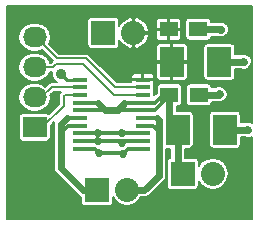
<source format=gtl>
G04 #@! TF.FileFunction,Copper,L1,Top,Signal*
%FSLAX46Y46*%
G04 Gerber Fmt 4.6, Leading zero omitted, Abs format (unit mm)*
G04 Created by KiCad (PCBNEW (2015-01-29 BZR 5396)-product) date 7/20/2015 11:15:25 PM*
%MOMM*%
G01*
G04 APERTURE LIST*
%ADD10C,0.100000*%
%ADD11R,1.500000X1.250000*%
%ADD12R,2.000000X2.500000*%
%ADD13R,2.032000X2.032000*%
%ADD14O,2.032000X2.032000*%
%ADD15R,2.032000X1.727200*%
%ADD16O,2.032000X1.727200*%
%ADD17R,1.270000X0.406400*%
%ADD18C,0.685800*%
%ADD19C,0.889000*%
%ADD20C,0.304800*%
%ADD21C,0.609600*%
%ADD22C,0.254000*%
%ADD23C,0.152400*%
G04 APERTURE END LIST*
D10*
D11*
X142750000Y-99220000D03*
X145250000Y-99220000D03*
D12*
X143030000Y-101980000D03*
X147030000Y-101980000D03*
D11*
X142820000Y-104750000D03*
X145320000Y-104750000D03*
D12*
X143530000Y-107720000D03*
X147530000Y-107720000D03*
D13*
X137240000Y-99520000D03*
D14*
X139780000Y-99520000D03*
D15*
X131410000Y-107520000D03*
D16*
X131410000Y-104980000D03*
X131410000Y-102440000D03*
X131410000Y-99900000D03*
D13*
X136700000Y-112810000D03*
D14*
X139240000Y-112810000D03*
D13*
X143950000Y-111450000D03*
D14*
X146490000Y-111450000D03*
D17*
X135243000Y-103479000D03*
X135243000Y-104114000D03*
X135243000Y-104774400D03*
X135243000Y-105434800D03*
X135243000Y-106069800D03*
X135243000Y-106730200D03*
X135243000Y-107390600D03*
X135243000Y-108025600D03*
X135243000Y-108686000D03*
X135243000Y-109321000D03*
X140577000Y-109321000D03*
X140577000Y-108686000D03*
X140577000Y-108025600D03*
X140577000Y-107390600D03*
X140577000Y-106730200D03*
X140577000Y-106069800D03*
X140577000Y-105434800D03*
X140577000Y-104774400D03*
X140577000Y-104114000D03*
X140577000Y-103479000D03*
D18*
X138850000Y-108810000D03*
X136790000Y-108690000D03*
X149490000Y-107730000D03*
X147080000Y-104710000D03*
X149120000Y-101970000D03*
X147190000Y-99230000D03*
X136880000Y-109670000D03*
X138890000Y-109730000D03*
X136770000Y-108020000D03*
X138830000Y-107980000D03*
D19*
X133660000Y-103010000D03*
D20*
X136790000Y-108690000D02*
X138730000Y-108690000D01*
X138730000Y-108690000D02*
X138850000Y-108810000D01*
X138974000Y-108686000D02*
X140577000Y-108686000D01*
X138974000Y-108686000D02*
X138850000Y-108810000D01*
X135243000Y-108686000D02*
X136786000Y-108686000D01*
X136786000Y-108686000D02*
X136790000Y-108690000D01*
D21*
X147530000Y-107720000D02*
X149480000Y-107720000D01*
X149480000Y-107720000D02*
X149490000Y-107730000D01*
X145320000Y-104750000D02*
X147040000Y-104750000D01*
X147040000Y-104750000D02*
X147080000Y-104710000D01*
X147030000Y-101980000D02*
X149110000Y-101980000D01*
X149110000Y-101980000D02*
X149120000Y-101970000D01*
X145250000Y-99220000D02*
X147180000Y-99220000D01*
X147180000Y-99220000D02*
X147190000Y-99230000D01*
D20*
X136880000Y-109670000D02*
X138830000Y-109670000D01*
X136531000Y-109321000D02*
X136880000Y-109670000D01*
X135243000Y-109321000D02*
X136531000Y-109321000D01*
X139299000Y-109321000D02*
X138890000Y-109730000D01*
X139299000Y-109321000D02*
X140577000Y-109321000D01*
X138830000Y-109670000D02*
X138890000Y-109730000D01*
X136770000Y-108020000D02*
X138790000Y-108020000D01*
X136764400Y-108025600D02*
X136770000Y-108020000D01*
X135243000Y-108025600D02*
X136764400Y-108025600D01*
X138875600Y-108025600D02*
X138830000Y-107980000D01*
X138875600Y-108025600D02*
X140577000Y-108025600D01*
X138790000Y-108020000D02*
X138830000Y-107980000D01*
D22*
X134129000Y-103479000D02*
X133660000Y-103010000D01*
X135243000Y-103479000D02*
X134129000Y-103479000D01*
D20*
X140577000Y-105434800D02*
X141595200Y-105434800D01*
X141595200Y-105434800D02*
X142280000Y-104750000D01*
X142280000Y-104750000D02*
X142820000Y-104750000D01*
X140577000Y-106069800D02*
X141620200Y-106069800D01*
X141620200Y-106069800D02*
X142820000Y-104870000D01*
X142820000Y-104870000D02*
X142820000Y-104750000D01*
D21*
X142820000Y-104750000D02*
X142820000Y-107010000D01*
X142820000Y-107010000D02*
X143530000Y-107720000D01*
X143530000Y-107720000D02*
X143530000Y-111030000D01*
X143530000Y-111030000D02*
X143950000Y-111450000D01*
D20*
X140577000Y-106069800D02*
X138509800Y-106069800D01*
X138509800Y-106069800D02*
X138450000Y-106010000D01*
X135243000Y-106069800D02*
X137270200Y-106069800D01*
X137270200Y-106069800D02*
X137330000Y-106010000D01*
X135243000Y-105434800D02*
X136754800Y-105434800D01*
X139000000Y-105460000D02*
X140551800Y-105460000D01*
D21*
X138450000Y-106010000D02*
X139000000Y-105460000D01*
X137330000Y-106010000D02*
X138450000Y-106010000D01*
X136754800Y-105434800D02*
X137330000Y-106010000D01*
D20*
X140551800Y-105460000D02*
X140577000Y-105434800D01*
D22*
X143950000Y-108140000D02*
X143530000Y-107720000D01*
X142805200Y-104764800D02*
X142820000Y-104750000D01*
X143290000Y-107480000D02*
X143530000Y-107720000D01*
X142820000Y-107010000D02*
X143530000Y-107720000D01*
X142820000Y-105210000D02*
X142820000Y-104750000D01*
D23*
X131410000Y-104980000D02*
X131990000Y-104980000D01*
X131990000Y-104980000D02*
X132856000Y-104114000D01*
X132856000Y-104114000D02*
X135243000Y-104114000D01*
D22*
X131410000Y-104980000D02*
X131980000Y-104980000D01*
D23*
X131410000Y-99900000D02*
X131560000Y-99900000D01*
X131560000Y-99900000D02*
X133340000Y-101680000D01*
X138194000Y-104114000D02*
X140577000Y-104114000D01*
X135760000Y-101680000D02*
X138194000Y-104114000D01*
X133340000Y-101680000D02*
X135760000Y-101680000D01*
D22*
X131410000Y-99900000D02*
X132310000Y-99900000D01*
D23*
X131410000Y-102440000D02*
X132990000Y-102440000D01*
X138134400Y-104774400D02*
X140577000Y-104774400D01*
X135530000Y-102170000D02*
X138134400Y-104774400D01*
X133260000Y-102170000D02*
X135530000Y-102170000D01*
X132990000Y-102440000D02*
X133260000Y-102170000D01*
X131410000Y-107520000D02*
X132050000Y-107520000D01*
X132050000Y-107520000D02*
X133870000Y-105700000D01*
X133945600Y-104774400D02*
X135243000Y-104774400D01*
X133870000Y-104850000D02*
X133945600Y-104774400D01*
X133870000Y-105700000D02*
X133870000Y-104850000D01*
D22*
X131410000Y-107520000D02*
X131700000Y-107520000D01*
D20*
X135243000Y-107390600D02*
X134229400Y-107390600D01*
X134229400Y-107390600D02*
X133670000Y-107950000D01*
X135243000Y-106730200D02*
X134169800Y-106730200D01*
D21*
X135530000Y-112810000D02*
X136700000Y-112810000D01*
X133670000Y-110950000D02*
X135530000Y-112810000D01*
X133670000Y-107230000D02*
X133670000Y-107950000D01*
X133670000Y-107950000D02*
X133670000Y-110950000D01*
X134169800Y-106730200D02*
X133670000Y-107230000D01*
D20*
X140577000Y-107390600D02*
X141440600Y-107390600D01*
X141440600Y-107390600D02*
X141910000Y-107860000D01*
X140577000Y-106730200D02*
X141740200Y-106730200D01*
D21*
X140710000Y-112810000D02*
X139240000Y-112810000D01*
X141910000Y-111610000D02*
X140710000Y-112810000D01*
X141910000Y-106900000D02*
X141910000Y-107860000D01*
X141910000Y-107860000D02*
X141910000Y-111610000D01*
X141740200Y-106730200D02*
X141910000Y-106900000D01*
D22*
X139240000Y-112810000D02*
X140100000Y-112810000D01*
D23*
G36*
X149809800Y-115249800D02*
X147836200Y-115249800D01*
X147836200Y-111476374D01*
X147836200Y-111423626D01*
X147733727Y-110908458D01*
X147441907Y-110471719D01*
X147005168Y-110179899D01*
X146490000Y-110077426D01*
X145974832Y-110179899D01*
X145538093Y-110471719D01*
X145302669Y-110824055D01*
X145302669Y-110434000D01*
X145278241Y-110308096D01*
X145205550Y-110197438D01*
X145095813Y-110123364D01*
X144966000Y-110097331D01*
X144165000Y-110097331D01*
X144165000Y-109306669D01*
X144530000Y-109306669D01*
X144655904Y-109282241D01*
X144766562Y-109209550D01*
X144840636Y-109099813D01*
X144866669Y-108970000D01*
X144866669Y-106470000D01*
X144842241Y-106344096D01*
X144769550Y-106233438D01*
X144659813Y-106159364D01*
X144530000Y-106133331D01*
X143455000Y-106133331D01*
X143455000Y-105711669D01*
X143570000Y-105711669D01*
X143695904Y-105687241D01*
X143806562Y-105614550D01*
X143880636Y-105504813D01*
X143906669Y-105375000D01*
X143906669Y-104125000D01*
X143882241Y-103999096D01*
X143809550Y-103888438D01*
X143699813Y-103814364D01*
X143570000Y-103788331D01*
X142979200Y-103788331D01*
X142979200Y-103477650D01*
X142979200Y-102030800D01*
X142979200Y-101929200D01*
X142979200Y-100482350D01*
X142896650Y-100399800D01*
X142699200Y-100399800D01*
X142699200Y-100092650D01*
X142699200Y-99270800D01*
X142699200Y-99169200D01*
X142699200Y-98347350D01*
X142616650Y-98264800D01*
X141934319Y-98264800D01*
X141812957Y-98315070D01*
X141720070Y-98407957D01*
X141669800Y-98529319D01*
X141669800Y-98660681D01*
X141669800Y-99086650D01*
X141752350Y-99169200D01*
X142699200Y-99169200D01*
X142699200Y-99270800D01*
X141752350Y-99270800D01*
X141669800Y-99353350D01*
X141669800Y-99779319D01*
X141669800Y-99910681D01*
X141720070Y-100032043D01*
X141812957Y-100124930D01*
X141934319Y-100175200D01*
X142616650Y-100175200D01*
X142699200Y-100092650D01*
X142699200Y-100399800D01*
X141964319Y-100399800D01*
X141842957Y-100450070D01*
X141750070Y-100542957D01*
X141699800Y-100664319D01*
X141699800Y-100795681D01*
X141699800Y-101846650D01*
X141782350Y-101929200D01*
X142979200Y-101929200D01*
X142979200Y-102030800D01*
X141782350Y-102030800D01*
X141699800Y-102113350D01*
X141699800Y-103164319D01*
X141699800Y-103295681D01*
X141750070Y-103417043D01*
X141842957Y-103509930D01*
X141964319Y-103560200D01*
X142896650Y-103560200D01*
X142979200Y-103477650D01*
X142979200Y-103788331D01*
X142070000Y-103788331D01*
X141944096Y-103812759D01*
X141833438Y-103885450D01*
X141759364Y-103995187D01*
X141733331Y-104125000D01*
X141733331Y-104614169D01*
X141548669Y-104798831D01*
X141548669Y-104571200D01*
X141524241Y-104445296D01*
X141523275Y-104443825D01*
X141548669Y-104317200D01*
X141548669Y-103910800D01*
X141525078Y-103789214D01*
X141542200Y-103747881D01*
X141542200Y-103612350D01*
X141542200Y-103345650D01*
X141542200Y-103210119D01*
X141491930Y-103088757D01*
X141399043Y-102995870D01*
X141277681Y-102945600D01*
X141146319Y-102945600D01*
X141100736Y-102945600D01*
X141100736Y-99780617D01*
X141100736Y-99259383D01*
X140900467Y-98773798D01*
X140529617Y-98401815D01*
X140044645Y-98200066D01*
X140040617Y-98199268D01*
X139830800Y-98257372D01*
X139830800Y-99469200D01*
X141042695Y-99469200D01*
X141100736Y-99259383D01*
X141100736Y-99780617D01*
X141042695Y-99570800D01*
X139830800Y-99570800D01*
X139830800Y-100782628D01*
X140040617Y-100840732D01*
X140044645Y-100839934D01*
X140529617Y-100638185D01*
X140900467Y-100266202D01*
X141100736Y-99780617D01*
X141100736Y-102945600D01*
X140710350Y-102945600D01*
X140627800Y-103028150D01*
X140627800Y-103428200D01*
X141459650Y-103428200D01*
X141542200Y-103345650D01*
X141542200Y-103612350D01*
X141459650Y-103529800D01*
X140627800Y-103529800D01*
X140627800Y-103549800D01*
X140526200Y-103549800D01*
X140526200Y-103529800D01*
X140526200Y-103428200D01*
X140526200Y-103028150D01*
X140443650Y-102945600D01*
X140007681Y-102945600D01*
X139876319Y-102945600D01*
X139754957Y-102995870D01*
X139729200Y-103021627D01*
X139729200Y-100782628D01*
X139729200Y-99570800D01*
X139709200Y-99570800D01*
X139709200Y-99469200D01*
X139729200Y-99469200D01*
X139729200Y-98257372D01*
X139519383Y-98199268D01*
X139515355Y-98200066D01*
X139030383Y-98401815D01*
X138659533Y-98773798D01*
X138592669Y-98935920D01*
X138592669Y-98504000D01*
X138568241Y-98378096D01*
X138495550Y-98267438D01*
X138385813Y-98193364D01*
X138256000Y-98167331D01*
X136224000Y-98167331D01*
X136098096Y-98191759D01*
X135987438Y-98264450D01*
X135913364Y-98374187D01*
X135887331Y-98504000D01*
X135887331Y-100536000D01*
X135911759Y-100661904D01*
X135984450Y-100772562D01*
X136094187Y-100846636D01*
X136224000Y-100872669D01*
X138256000Y-100872669D01*
X138381904Y-100848241D01*
X138492562Y-100775550D01*
X138566636Y-100665813D01*
X138592669Y-100536000D01*
X138592669Y-100104079D01*
X138659533Y-100266202D01*
X139030383Y-100638185D01*
X139515355Y-100839934D01*
X139519383Y-100840732D01*
X139729200Y-100782628D01*
X139729200Y-103021627D01*
X139662070Y-103088757D01*
X139611800Y-103210119D01*
X139611800Y-103345650D01*
X139694350Y-103428200D01*
X140526200Y-103428200D01*
X140526200Y-103529800D01*
X139694350Y-103529800D01*
X139611800Y-103612350D01*
X139611800Y-103707600D01*
X138362336Y-103707600D01*
X136047368Y-101392632D01*
X135915523Y-101304535D01*
X135760000Y-101273600D01*
X133508336Y-101273600D01*
X132651599Y-100416863D01*
X132691701Y-100356847D01*
X132782574Y-99900000D01*
X132691701Y-99443153D01*
X132432918Y-99055856D01*
X132045621Y-98797073D01*
X131588774Y-98706200D01*
X131231226Y-98706200D01*
X130774379Y-98797073D01*
X130387082Y-99055856D01*
X130128299Y-99443153D01*
X130037426Y-99900000D01*
X130128299Y-100356847D01*
X130387082Y-100744144D01*
X130774379Y-101002927D01*
X131231226Y-101093800D01*
X131588774Y-101093800D01*
X132045621Y-101002927D01*
X132071139Y-100985875D01*
X132970264Y-101885000D01*
X132821664Y-102033600D01*
X132701735Y-102033600D01*
X132691701Y-101983153D01*
X132432918Y-101595856D01*
X132045621Y-101337073D01*
X131588774Y-101246200D01*
X131231226Y-101246200D01*
X130774379Y-101337073D01*
X130387082Y-101595856D01*
X130128299Y-101983153D01*
X130037426Y-102440000D01*
X130128299Y-102896847D01*
X130387082Y-103284144D01*
X130774379Y-103542927D01*
X131231226Y-103633800D01*
X131588774Y-103633800D01*
X132045621Y-103542927D01*
X132432918Y-103284144D01*
X132691701Y-102896847D01*
X132701735Y-102846400D01*
X132889100Y-102846400D01*
X132885435Y-102855227D01*
X132885166Y-103163421D01*
X133002859Y-103448259D01*
X133220595Y-103666376D01*
X133319873Y-103707600D01*
X132856000Y-103707600D01*
X132700477Y-103738535D01*
X132568632Y-103826632D01*
X132328906Y-104066357D01*
X132045621Y-103877073D01*
X131588774Y-103786200D01*
X131231226Y-103786200D01*
X130774379Y-103877073D01*
X130387082Y-104135856D01*
X130128299Y-104523153D01*
X130037426Y-104980000D01*
X130128299Y-105436847D01*
X130387082Y-105824144D01*
X130774379Y-106082927D01*
X131231226Y-106173800D01*
X131588774Y-106173800D01*
X132045621Y-106082927D01*
X132432918Y-105824144D01*
X132691701Y-105436847D01*
X132782574Y-104980000D01*
X132746432Y-104798303D01*
X133024336Y-104520400D01*
X133624863Y-104520400D01*
X133582632Y-104562632D01*
X133494535Y-104694477D01*
X133463600Y-104850000D01*
X133463600Y-105531664D01*
X132611745Y-106383518D01*
X132555813Y-106345764D01*
X132426000Y-106319731D01*
X130394000Y-106319731D01*
X130268096Y-106344159D01*
X130157438Y-106416850D01*
X130083364Y-106526587D01*
X130057331Y-106656400D01*
X130057331Y-108383600D01*
X130081759Y-108509504D01*
X130154450Y-108620162D01*
X130264187Y-108694236D01*
X130394000Y-108720269D01*
X132426000Y-108720269D01*
X132551904Y-108695841D01*
X132662562Y-108623150D01*
X132736636Y-108513413D01*
X132762669Y-108383600D01*
X132762669Y-107382067D01*
X133064861Y-107079874D01*
X133035000Y-107230000D01*
X133035000Y-107950000D01*
X133035000Y-110950000D01*
X133083336Y-111193004D01*
X133220987Y-111399013D01*
X135080987Y-113259013D01*
X135286996Y-113396664D01*
X135347331Y-113408665D01*
X135347331Y-113826000D01*
X135371759Y-113951904D01*
X135444450Y-114062562D01*
X135554187Y-114136636D01*
X135684000Y-114162669D01*
X137716000Y-114162669D01*
X137841904Y-114138241D01*
X137952562Y-114065550D01*
X138026636Y-113955813D01*
X138052669Y-113826000D01*
X138052669Y-113435944D01*
X138288093Y-113788281D01*
X138724832Y-114080101D01*
X139240000Y-114182574D01*
X139755168Y-114080101D01*
X140191907Y-113788281D01*
X140421280Y-113445000D01*
X140710000Y-113445000D01*
X140953004Y-113396664D01*
X141159013Y-113259013D01*
X142359013Y-112059013D01*
X142496664Y-111853005D01*
X142496664Y-111853004D01*
X142545000Y-111610000D01*
X142545000Y-109306669D01*
X142895000Y-109306669D01*
X142895000Y-110104897D01*
X142808096Y-110121759D01*
X142697438Y-110194450D01*
X142623364Y-110304187D01*
X142597331Y-110434000D01*
X142597331Y-112466000D01*
X142621759Y-112591904D01*
X142694450Y-112702562D01*
X142804187Y-112776636D01*
X142934000Y-112802669D01*
X144966000Y-112802669D01*
X145091904Y-112778241D01*
X145202562Y-112705550D01*
X145276636Y-112595813D01*
X145302669Y-112466000D01*
X145302669Y-112075944D01*
X145538093Y-112428281D01*
X145974832Y-112720101D01*
X146490000Y-112822574D01*
X147005168Y-112720101D01*
X147441907Y-112428281D01*
X147733727Y-111991542D01*
X147836200Y-111476374D01*
X147836200Y-115249800D01*
X129080200Y-115249800D01*
X129080200Y-97230200D01*
X149809800Y-97230200D01*
X149809800Y-107133970D01*
X149793217Y-107127084D01*
X149793217Y-101836699D01*
X149690959Y-101589217D01*
X149501778Y-101399706D01*
X149254475Y-101297017D01*
X148986699Y-101296783D01*
X148870005Y-101345000D01*
X148366669Y-101345000D01*
X148366669Y-100730000D01*
X148342241Y-100604096D01*
X148269550Y-100493438D01*
X148159813Y-100419364D01*
X148030000Y-100393331D01*
X147863217Y-100393331D01*
X147863217Y-99096699D01*
X147760959Y-98849217D01*
X147571778Y-98659706D01*
X147324475Y-98557017D01*
X147056699Y-98556783D01*
X146988408Y-98585000D01*
X146334728Y-98585000D01*
X146312241Y-98469096D01*
X146239550Y-98358438D01*
X146129813Y-98284364D01*
X146000000Y-98258331D01*
X144500000Y-98258331D01*
X144374096Y-98282759D01*
X144263438Y-98355450D01*
X144189364Y-98465187D01*
X144163331Y-98595000D01*
X144163331Y-99845000D01*
X144187759Y-99970904D01*
X144260450Y-100081562D01*
X144370187Y-100155636D01*
X144500000Y-100181669D01*
X146000000Y-100181669D01*
X146125904Y-100157241D01*
X146236562Y-100084550D01*
X146310636Y-99974813D01*
X146334663Y-99855000D01*
X146939968Y-99855000D01*
X147055525Y-99902983D01*
X147323301Y-99903217D01*
X147570783Y-99800959D01*
X147760294Y-99611778D01*
X147862983Y-99364475D01*
X147863217Y-99096699D01*
X147863217Y-100393331D01*
X146030000Y-100393331D01*
X145904096Y-100417759D01*
X145793438Y-100490450D01*
X145719364Y-100600187D01*
X145693331Y-100730000D01*
X145693331Y-103230000D01*
X145717759Y-103355904D01*
X145790450Y-103466562D01*
X145900187Y-103540636D01*
X146030000Y-103566669D01*
X148030000Y-103566669D01*
X148155904Y-103542241D01*
X148266562Y-103469550D01*
X148340636Y-103359813D01*
X148366669Y-103230000D01*
X148366669Y-102615000D01*
X148918134Y-102615000D01*
X148985525Y-102642983D01*
X149253301Y-102643217D01*
X149500783Y-102540959D01*
X149690294Y-102351778D01*
X149792983Y-102104475D01*
X149793217Y-101836699D01*
X149793217Y-107127084D01*
X149624475Y-107057017D01*
X149356699Y-107056783D01*
X149288408Y-107085000D01*
X148866669Y-107085000D01*
X148866669Y-106470000D01*
X148842241Y-106344096D01*
X148769550Y-106233438D01*
X148659813Y-106159364D01*
X148530000Y-106133331D01*
X147753217Y-106133331D01*
X147753217Y-104576699D01*
X147650959Y-104329217D01*
X147461778Y-104139706D01*
X147214475Y-104037017D01*
X146946699Y-104036783D01*
X146757400Y-104115000D01*
X146404728Y-104115000D01*
X146382241Y-103999096D01*
X146309550Y-103888438D01*
X146199813Y-103814364D01*
X146070000Y-103788331D01*
X144570000Y-103788331D01*
X144444096Y-103812759D01*
X144360200Y-103867870D01*
X144360200Y-103295681D01*
X144360200Y-103164319D01*
X144360200Y-102113350D01*
X144360200Y-101846650D01*
X144360200Y-100795681D01*
X144360200Y-100664319D01*
X144309930Y-100542957D01*
X144217043Y-100450070D01*
X144095681Y-100399800D01*
X143830200Y-100399800D01*
X143830200Y-99910681D01*
X143830200Y-99779319D01*
X143830200Y-99353350D01*
X143830200Y-99086650D01*
X143830200Y-98660681D01*
X143830200Y-98529319D01*
X143779930Y-98407957D01*
X143687043Y-98315070D01*
X143565681Y-98264800D01*
X142883350Y-98264800D01*
X142800800Y-98347350D01*
X142800800Y-99169200D01*
X143747650Y-99169200D01*
X143830200Y-99086650D01*
X143830200Y-99353350D01*
X143747650Y-99270800D01*
X142800800Y-99270800D01*
X142800800Y-100092650D01*
X142883350Y-100175200D01*
X143565681Y-100175200D01*
X143687043Y-100124930D01*
X143779930Y-100032043D01*
X143830200Y-99910681D01*
X143830200Y-100399800D01*
X143163350Y-100399800D01*
X143080800Y-100482350D01*
X143080800Y-101929200D01*
X144277650Y-101929200D01*
X144360200Y-101846650D01*
X144360200Y-102113350D01*
X144277650Y-102030800D01*
X143080800Y-102030800D01*
X143080800Y-103477650D01*
X143163350Y-103560200D01*
X144095681Y-103560200D01*
X144217043Y-103509930D01*
X144309930Y-103417043D01*
X144360200Y-103295681D01*
X144360200Y-103867870D01*
X144333438Y-103885450D01*
X144259364Y-103995187D01*
X144233331Y-104125000D01*
X144233331Y-105375000D01*
X144257759Y-105500904D01*
X144330450Y-105611562D01*
X144440187Y-105685636D01*
X144570000Y-105711669D01*
X146070000Y-105711669D01*
X146195904Y-105687241D01*
X146306562Y-105614550D01*
X146380636Y-105504813D01*
X146404663Y-105385000D01*
X147040000Y-105385000D01*
X147049682Y-105383074D01*
X147213301Y-105383217D01*
X147460783Y-105280959D01*
X147650294Y-105091778D01*
X147752983Y-104844475D01*
X147753217Y-104576699D01*
X147753217Y-106133331D01*
X146530000Y-106133331D01*
X146404096Y-106157759D01*
X146293438Y-106230450D01*
X146219364Y-106340187D01*
X146193331Y-106470000D01*
X146193331Y-108970000D01*
X146217759Y-109095904D01*
X146290450Y-109206562D01*
X146400187Y-109280636D01*
X146530000Y-109306669D01*
X148530000Y-109306669D01*
X148655904Y-109282241D01*
X148766562Y-109209550D01*
X148840636Y-109099813D01*
X148866669Y-108970000D01*
X148866669Y-108355000D01*
X149239968Y-108355000D01*
X149355525Y-108402983D01*
X149623301Y-108403217D01*
X149809800Y-108326156D01*
X149809800Y-115249800D01*
X149809800Y-115249800D01*
G37*
X149809800Y-115249800D02*
X147836200Y-115249800D01*
X147836200Y-111476374D01*
X147836200Y-111423626D01*
X147733727Y-110908458D01*
X147441907Y-110471719D01*
X147005168Y-110179899D01*
X146490000Y-110077426D01*
X145974832Y-110179899D01*
X145538093Y-110471719D01*
X145302669Y-110824055D01*
X145302669Y-110434000D01*
X145278241Y-110308096D01*
X145205550Y-110197438D01*
X145095813Y-110123364D01*
X144966000Y-110097331D01*
X144165000Y-110097331D01*
X144165000Y-109306669D01*
X144530000Y-109306669D01*
X144655904Y-109282241D01*
X144766562Y-109209550D01*
X144840636Y-109099813D01*
X144866669Y-108970000D01*
X144866669Y-106470000D01*
X144842241Y-106344096D01*
X144769550Y-106233438D01*
X144659813Y-106159364D01*
X144530000Y-106133331D01*
X143455000Y-106133331D01*
X143455000Y-105711669D01*
X143570000Y-105711669D01*
X143695904Y-105687241D01*
X143806562Y-105614550D01*
X143880636Y-105504813D01*
X143906669Y-105375000D01*
X143906669Y-104125000D01*
X143882241Y-103999096D01*
X143809550Y-103888438D01*
X143699813Y-103814364D01*
X143570000Y-103788331D01*
X142979200Y-103788331D01*
X142979200Y-103477650D01*
X142979200Y-102030800D01*
X142979200Y-101929200D01*
X142979200Y-100482350D01*
X142896650Y-100399800D01*
X142699200Y-100399800D01*
X142699200Y-100092650D01*
X142699200Y-99270800D01*
X142699200Y-99169200D01*
X142699200Y-98347350D01*
X142616650Y-98264800D01*
X141934319Y-98264800D01*
X141812957Y-98315070D01*
X141720070Y-98407957D01*
X141669800Y-98529319D01*
X141669800Y-98660681D01*
X141669800Y-99086650D01*
X141752350Y-99169200D01*
X142699200Y-99169200D01*
X142699200Y-99270800D01*
X141752350Y-99270800D01*
X141669800Y-99353350D01*
X141669800Y-99779319D01*
X141669800Y-99910681D01*
X141720070Y-100032043D01*
X141812957Y-100124930D01*
X141934319Y-100175200D01*
X142616650Y-100175200D01*
X142699200Y-100092650D01*
X142699200Y-100399800D01*
X141964319Y-100399800D01*
X141842957Y-100450070D01*
X141750070Y-100542957D01*
X141699800Y-100664319D01*
X141699800Y-100795681D01*
X141699800Y-101846650D01*
X141782350Y-101929200D01*
X142979200Y-101929200D01*
X142979200Y-102030800D01*
X141782350Y-102030800D01*
X141699800Y-102113350D01*
X141699800Y-103164319D01*
X141699800Y-103295681D01*
X141750070Y-103417043D01*
X141842957Y-103509930D01*
X141964319Y-103560200D01*
X142896650Y-103560200D01*
X142979200Y-103477650D01*
X142979200Y-103788331D01*
X142070000Y-103788331D01*
X141944096Y-103812759D01*
X141833438Y-103885450D01*
X141759364Y-103995187D01*
X141733331Y-104125000D01*
X141733331Y-104614169D01*
X141548669Y-104798831D01*
X141548669Y-104571200D01*
X141524241Y-104445296D01*
X141523275Y-104443825D01*
X141548669Y-104317200D01*
X141548669Y-103910800D01*
X141525078Y-103789214D01*
X141542200Y-103747881D01*
X141542200Y-103612350D01*
X141542200Y-103345650D01*
X141542200Y-103210119D01*
X141491930Y-103088757D01*
X141399043Y-102995870D01*
X141277681Y-102945600D01*
X141146319Y-102945600D01*
X141100736Y-102945600D01*
X141100736Y-99780617D01*
X141100736Y-99259383D01*
X140900467Y-98773798D01*
X140529617Y-98401815D01*
X140044645Y-98200066D01*
X140040617Y-98199268D01*
X139830800Y-98257372D01*
X139830800Y-99469200D01*
X141042695Y-99469200D01*
X141100736Y-99259383D01*
X141100736Y-99780617D01*
X141042695Y-99570800D01*
X139830800Y-99570800D01*
X139830800Y-100782628D01*
X140040617Y-100840732D01*
X140044645Y-100839934D01*
X140529617Y-100638185D01*
X140900467Y-100266202D01*
X141100736Y-99780617D01*
X141100736Y-102945600D01*
X140710350Y-102945600D01*
X140627800Y-103028150D01*
X140627800Y-103428200D01*
X141459650Y-103428200D01*
X141542200Y-103345650D01*
X141542200Y-103612350D01*
X141459650Y-103529800D01*
X140627800Y-103529800D01*
X140627800Y-103549800D01*
X140526200Y-103549800D01*
X140526200Y-103529800D01*
X140526200Y-103428200D01*
X140526200Y-103028150D01*
X140443650Y-102945600D01*
X140007681Y-102945600D01*
X139876319Y-102945600D01*
X139754957Y-102995870D01*
X139729200Y-103021627D01*
X139729200Y-100782628D01*
X139729200Y-99570800D01*
X139709200Y-99570800D01*
X139709200Y-99469200D01*
X139729200Y-99469200D01*
X139729200Y-98257372D01*
X139519383Y-98199268D01*
X139515355Y-98200066D01*
X139030383Y-98401815D01*
X138659533Y-98773798D01*
X138592669Y-98935920D01*
X138592669Y-98504000D01*
X138568241Y-98378096D01*
X138495550Y-98267438D01*
X138385813Y-98193364D01*
X138256000Y-98167331D01*
X136224000Y-98167331D01*
X136098096Y-98191759D01*
X135987438Y-98264450D01*
X135913364Y-98374187D01*
X135887331Y-98504000D01*
X135887331Y-100536000D01*
X135911759Y-100661904D01*
X135984450Y-100772562D01*
X136094187Y-100846636D01*
X136224000Y-100872669D01*
X138256000Y-100872669D01*
X138381904Y-100848241D01*
X138492562Y-100775550D01*
X138566636Y-100665813D01*
X138592669Y-100536000D01*
X138592669Y-100104079D01*
X138659533Y-100266202D01*
X139030383Y-100638185D01*
X139515355Y-100839934D01*
X139519383Y-100840732D01*
X139729200Y-100782628D01*
X139729200Y-103021627D01*
X139662070Y-103088757D01*
X139611800Y-103210119D01*
X139611800Y-103345650D01*
X139694350Y-103428200D01*
X140526200Y-103428200D01*
X140526200Y-103529800D01*
X139694350Y-103529800D01*
X139611800Y-103612350D01*
X139611800Y-103707600D01*
X138362336Y-103707600D01*
X136047368Y-101392632D01*
X135915523Y-101304535D01*
X135760000Y-101273600D01*
X133508336Y-101273600D01*
X132651599Y-100416863D01*
X132691701Y-100356847D01*
X132782574Y-99900000D01*
X132691701Y-99443153D01*
X132432918Y-99055856D01*
X132045621Y-98797073D01*
X131588774Y-98706200D01*
X131231226Y-98706200D01*
X130774379Y-98797073D01*
X130387082Y-99055856D01*
X130128299Y-99443153D01*
X130037426Y-99900000D01*
X130128299Y-100356847D01*
X130387082Y-100744144D01*
X130774379Y-101002927D01*
X131231226Y-101093800D01*
X131588774Y-101093800D01*
X132045621Y-101002927D01*
X132071139Y-100985875D01*
X132970264Y-101885000D01*
X132821664Y-102033600D01*
X132701735Y-102033600D01*
X132691701Y-101983153D01*
X132432918Y-101595856D01*
X132045621Y-101337073D01*
X131588774Y-101246200D01*
X131231226Y-101246200D01*
X130774379Y-101337073D01*
X130387082Y-101595856D01*
X130128299Y-101983153D01*
X130037426Y-102440000D01*
X130128299Y-102896847D01*
X130387082Y-103284144D01*
X130774379Y-103542927D01*
X131231226Y-103633800D01*
X131588774Y-103633800D01*
X132045621Y-103542927D01*
X132432918Y-103284144D01*
X132691701Y-102896847D01*
X132701735Y-102846400D01*
X132889100Y-102846400D01*
X132885435Y-102855227D01*
X132885166Y-103163421D01*
X133002859Y-103448259D01*
X133220595Y-103666376D01*
X133319873Y-103707600D01*
X132856000Y-103707600D01*
X132700477Y-103738535D01*
X132568632Y-103826632D01*
X132328906Y-104066357D01*
X132045621Y-103877073D01*
X131588774Y-103786200D01*
X131231226Y-103786200D01*
X130774379Y-103877073D01*
X130387082Y-104135856D01*
X130128299Y-104523153D01*
X130037426Y-104980000D01*
X130128299Y-105436847D01*
X130387082Y-105824144D01*
X130774379Y-106082927D01*
X131231226Y-106173800D01*
X131588774Y-106173800D01*
X132045621Y-106082927D01*
X132432918Y-105824144D01*
X132691701Y-105436847D01*
X132782574Y-104980000D01*
X132746432Y-104798303D01*
X133024336Y-104520400D01*
X133624863Y-104520400D01*
X133582632Y-104562632D01*
X133494535Y-104694477D01*
X133463600Y-104850000D01*
X133463600Y-105531664D01*
X132611745Y-106383518D01*
X132555813Y-106345764D01*
X132426000Y-106319731D01*
X130394000Y-106319731D01*
X130268096Y-106344159D01*
X130157438Y-106416850D01*
X130083364Y-106526587D01*
X130057331Y-106656400D01*
X130057331Y-108383600D01*
X130081759Y-108509504D01*
X130154450Y-108620162D01*
X130264187Y-108694236D01*
X130394000Y-108720269D01*
X132426000Y-108720269D01*
X132551904Y-108695841D01*
X132662562Y-108623150D01*
X132736636Y-108513413D01*
X132762669Y-108383600D01*
X132762669Y-107382067D01*
X133064861Y-107079874D01*
X133035000Y-107230000D01*
X133035000Y-107950000D01*
X133035000Y-110950000D01*
X133083336Y-111193004D01*
X133220987Y-111399013D01*
X135080987Y-113259013D01*
X135286996Y-113396664D01*
X135347331Y-113408665D01*
X135347331Y-113826000D01*
X135371759Y-113951904D01*
X135444450Y-114062562D01*
X135554187Y-114136636D01*
X135684000Y-114162669D01*
X137716000Y-114162669D01*
X137841904Y-114138241D01*
X137952562Y-114065550D01*
X138026636Y-113955813D01*
X138052669Y-113826000D01*
X138052669Y-113435944D01*
X138288093Y-113788281D01*
X138724832Y-114080101D01*
X139240000Y-114182574D01*
X139755168Y-114080101D01*
X140191907Y-113788281D01*
X140421280Y-113445000D01*
X140710000Y-113445000D01*
X140953004Y-113396664D01*
X141159013Y-113259013D01*
X142359013Y-112059013D01*
X142496664Y-111853005D01*
X142496664Y-111853004D01*
X142545000Y-111610000D01*
X142545000Y-109306669D01*
X142895000Y-109306669D01*
X142895000Y-110104897D01*
X142808096Y-110121759D01*
X142697438Y-110194450D01*
X142623364Y-110304187D01*
X142597331Y-110434000D01*
X142597331Y-112466000D01*
X142621759Y-112591904D01*
X142694450Y-112702562D01*
X142804187Y-112776636D01*
X142934000Y-112802669D01*
X144966000Y-112802669D01*
X145091904Y-112778241D01*
X145202562Y-112705550D01*
X145276636Y-112595813D01*
X145302669Y-112466000D01*
X145302669Y-112075944D01*
X145538093Y-112428281D01*
X145974832Y-112720101D01*
X146490000Y-112822574D01*
X147005168Y-112720101D01*
X147441907Y-112428281D01*
X147733727Y-111991542D01*
X147836200Y-111476374D01*
X147836200Y-115249800D01*
X129080200Y-115249800D01*
X129080200Y-97230200D01*
X149809800Y-97230200D01*
X149809800Y-107133970D01*
X149793217Y-107127084D01*
X149793217Y-101836699D01*
X149690959Y-101589217D01*
X149501778Y-101399706D01*
X149254475Y-101297017D01*
X148986699Y-101296783D01*
X148870005Y-101345000D01*
X148366669Y-101345000D01*
X148366669Y-100730000D01*
X148342241Y-100604096D01*
X148269550Y-100493438D01*
X148159813Y-100419364D01*
X148030000Y-100393331D01*
X147863217Y-100393331D01*
X147863217Y-99096699D01*
X147760959Y-98849217D01*
X147571778Y-98659706D01*
X147324475Y-98557017D01*
X147056699Y-98556783D01*
X146988408Y-98585000D01*
X146334728Y-98585000D01*
X146312241Y-98469096D01*
X146239550Y-98358438D01*
X146129813Y-98284364D01*
X146000000Y-98258331D01*
X144500000Y-98258331D01*
X144374096Y-98282759D01*
X144263438Y-98355450D01*
X144189364Y-98465187D01*
X144163331Y-98595000D01*
X144163331Y-99845000D01*
X144187759Y-99970904D01*
X144260450Y-100081562D01*
X144370187Y-100155636D01*
X144500000Y-100181669D01*
X146000000Y-100181669D01*
X146125904Y-100157241D01*
X146236562Y-100084550D01*
X146310636Y-99974813D01*
X146334663Y-99855000D01*
X146939968Y-99855000D01*
X147055525Y-99902983D01*
X147323301Y-99903217D01*
X147570783Y-99800959D01*
X147760294Y-99611778D01*
X147862983Y-99364475D01*
X147863217Y-99096699D01*
X147863217Y-100393331D01*
X146030000Y-100393331D01*
X145904096Y-100417759D01*
X145793438Y-100490450D01*
X145719364Y-100600187D01*
X145693331Y-100730000D01*
X145693331Y-103230000D01*
X145717759Y-103355904D01*
X145790450Y-103466562D01*
X145900187Y-103540636D01*
X146030000Y-103566669D01*
X148030000Y-103566669D01*
X148155904Y-103542241D01*
X148266562Y-103469550D01*
X148340636Y-103359813D01*
X148366669Y-103230000D01*
X148366669Y-102615000D01*
X148918134Y-102615000D01*
X148985525Y-102642983D01*
X149253301Y-102643217D01*
X149500783Y-102540959D01*
X149690294Y-102351778D01*
X149792983Y-102104475D01*
X149793217Y-101836699D01*
X149793217Y-107127084D01*
X149624475Y-107057017D01*
X149356699Y-107056783D01*
X149288408Y-107085000D01*
X148866669Y-107085000D01*
X148866669Y-106470000D01*
X148842241Y-106344096D01*
X148769550Y-106233438D01*
X148659813Y-106159364D01*
X148530000Y-106133331D01*
X147753217Y-106133331D01*
X147753217Y-104576699D01*
X147650959Y-104329217D01*
X147461778Y-104139706D01*
X147214475Y-104037017D01*
X146946699Y-104036783D01*
X146757400Y-104115000D01*
X146404728Y-104115000D01*
X146382241Y-103999096D01*
X146309550Y-103888438D01*
X146199813Y-103814364D01*
X146070000Y-103788331D01*
X144570000Y-103788331D01*
X144444096Y-103812759D01*
X144360200Y-103867870D01*
X144360200Y-103295681D01*
X144360200Y-103164319D01*
X144360200Y-102113350D01*
X144360200Y-101846650D01*
X144360200Y-100795681D01*
X144360200Y-100664319D01*
X144309930Y-100542957D01*
X144217043Y-100450070D01*
X144095681Y-100399800D01*
X143830200Y-100399800D01*
X143830200Y-99910681D01*
X143830200Y-99779319D01*
X143830200Y-99353350D01*
X143830200Y-99086650D01*
X143830200Y-98660681D01*
X143830200Y-98529319D01*
X143779930Y-98407957D01*
X143687043Y-98315070D01*
X143565681Y-98264800D01*
X142883350Y-98264800D01*
X142800800Y-98347350D01*
X142800800Y-99169200D01*
X143747650Y-99169200D01*
X143830200Y-99086650D01*
X143830200Y-99353350D01*
X143747650Y-99270800D01*
X142800800Y-99270800D01*
X142800800Y-100092650D01*
X142883350Y-100175200D01*
X143565681Y-100175200D01*
X143687043Y-100124930D01*
X143779930Y-100032043D01*
X143830200Y-99910681D01*
X143830200Y-100399800D01*
X143163350Y-100399800D01*
X143080800Y-100482350D01*
X143080800Y-101929200D01*
X144277650Y-101929200D01*
X144360200Y-101846650D01*
X144360200Y-102113350D01*
X144277650Y-102030800D01*
X143080800Y-102030800D01*
X143080800Y-103477650D01*
X143163350Y-103560200D01*
X144095681Y-103560200D01*
X144217043Y-103509930D01*
X144309930Y-103417043D01*
X144360200Y-103295681D01*
X144360200Y-103867870D01*
X144333438Y-103885450D01*
X144259364Y-103995187D01*
X144233331Y-104125000D01*
X144233331Y-105375000D01*
X144257759Y-105500904D01*
X144330450Y-105611562D01*
X144440187Y-105685636D01*
X144570000Y-105711669D01*
X146070000Y-105711669D01*
X146195904Y-105687241D01*
X146306562Y-105614550D01*
X146380636Y-105504813D01*
X146404663Y-105385000D01*
X147040000Y-105385000D01*
X147049682Y-105383074D01*
X147213301Y-105383217D01*
X147460783Y-105280959D01*
X147650294Y-105091778D01*
X147752983Y-104844475D01*
X147753217Y-104576699D01*
X147753217Y-106133331D01*
X146530000Y-106133331D01*
X146404096Y-106157759D01*
X146293438Y-106230450D01*
X146219364Y-106340187D01*
X146193331Y-106470000D01*
X146193331Y-108970000D01*
X146217759Y-109095904D01*
X146290450Y-109206562D01*
X146400187Y-109280636D01*
X146530000Y-109306669D01*
X148530000Y-109306669D01*
X148655904Y-109282241D01*
X148766562Y-109209550D01*
X148840636Y-109099813D01*
X148866669Y-108970000D01*
X148866669Y-108355000D01*
X149239968Y-108355000D01*
X149355525Y-108402983D01*
X149623301Y-108403217D01*
X149809800Y-108326156D01*
X149809800Y-115249800D01*
M02*

</source>
